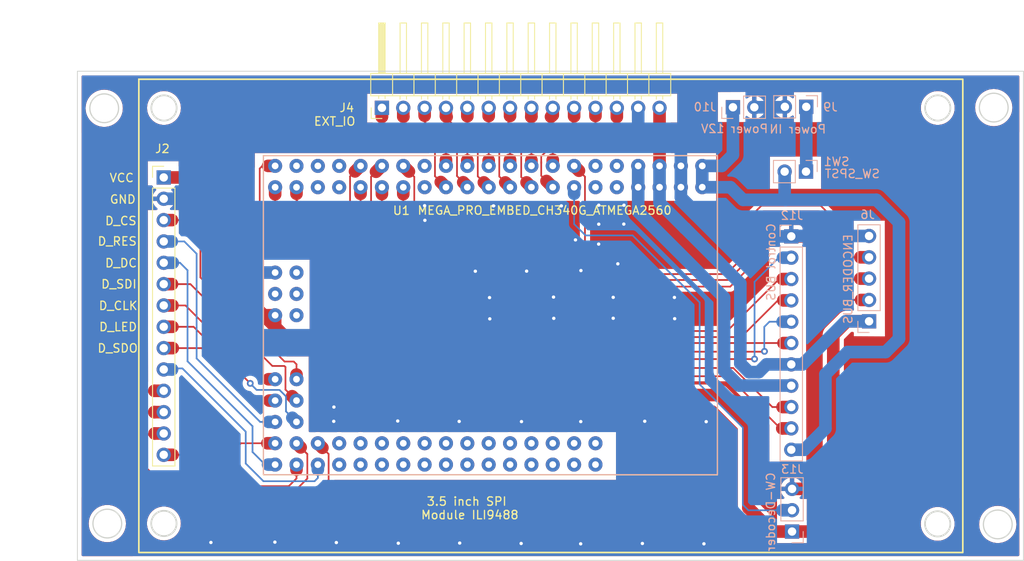
<source format=kicad_pcb>
(kicad_pcb (version 20211014) (generator pcbnew)
  (layers (0 "F.Cu" signal) (31 "B.Cu" signal) (34 "B.Paste" user) (35 "F.Paste" user) (36 "B.SilkS" user "B.Silkscreen") (37 "F.SilkS" user "F.Silkscreen") (38 "B.Mask" user) (39 "F.Mask" user) (44 "Edge.Cuts" user))
  (net 0 "")
  (net 1 "D_SDA(SDI)")
  (net 2 "D_DC(RS)")
  (net 3 "D_RES")
  (net 4 "GND")
  (net 5 "VCC_5V")
  (net 6 "ENC_A")
  (net 7 "ENC_B")
  (net 8 "ENC_P")
  (net 9 "T_CLK")
  (net 10 "T_CS")
  (net 11 "T_DO")
  (net 12 "T_DIN")
  (net 13 "D_LED")
  (net 14 "T_IRQ")
  (net 15 "D_CS")
  (net 16 "D_CLK")
  (net 17 "D_SDO")
  (net 18 "D8")
  (net 19 "D9")
  (net 20 "Net-(J9-Pad1)")
  (net 21 "I2C-SW")
  (net 22 "A_SDA")
  (net 23 "A_SCL")
  (net 24 "A_SEN")
  (net 25 "A_RST")
  (net 30 "D6")
  (net 31 "D7")
  (net 32 "D10")
  (net 33 "D11")
  (net 34 "D12")
  (net 35 "D13")
  (net 37 "D4")
  (net 38 "D5")
  (net 39 "D14")
  (net 40 "D15")
  (net 45 "Mute")
  (net 46 "Sleep")
  (net 49 "DECODER")
  (net 80 "3.3V")
  (net 81 "12V")
  (footprint "Connector_PinHeader_2.54mm:PinHeader_1x14_P2.54mm_Horizontal" (layer "F.Cu") (at 116.8 78.46 90)
    (fp_text reference "J4")
    (fp_text value "EXT_IO")
  )
  (footprint "Connector_PinHeader_2.54mm:PinHeader_1x14_P2.54mm_Vertical" (layer "F.Cu") (at 90.85 86.745)
    (fp_text reference "J2")
    (fp_text value "14_pin_3.5_ILI9488")
  )
  (footprint "MEGA2560:MODULE_MEGA_PRO_EMBED_CH340G_ATMEGA2560" (layer "F.Cu") (at 129.7 103.15 180)
    (fp_text reference "U1")
    (fp_text value "MEGA_PRO_EMBED_CH340G_ATMEGA2560")
  )
  (footprint "Connector_PinHeader_2.54mm:PinHeader_1x05_P2.54mm_Vertical" (layer "B.Cu") (at 174.74 103.87)
    (fp_text reference "J6")
    (fp_text value "ENCODER_BUS")
  )
  (footprint "Connector_PinSocket_2.54mm:PinSocket_1x02_P2.54mm_Vertical" (layer "B.Cu") (at 167.24 86.05 90)
    (fp_text reference "SW1")
    (fp_text value "SW_SPST")
  )
  (footprint "Connector_PinSocket_2.54mm:PinSocket_1x02_P2.54mm_Vertical" (layer "B.Cu") (at 167.27 78.34 90)
    (fp_text reference "J9")
    (fp_text value "Power IN")
  )
  (footprint "Connector_PinSocket_2.54mm:PinSocket_1x02_P2.54mm_Vertical" (layer "B.Cu") (at 158.55 78.39 -90)
    (fp_text reference "J10")
    (fp_text value "Power 12V")
  )
  (footprint "Connector_PinSocket_2.54mm:PinSocket_1x11_P2.54mm_Vertical" (layer "B.Cu") (at 165.49 93.76 180)
    (fp_text reference "J12")
    (fp_text value "Control BUS")
  )
  (footprint "Connector_PinSocket_2.54mm:PinSocket_1x03_P2.54mm_Vertical" (layer "B.Cu") (at 165.58 128.9)
    (fp_text reference "J13")
    (fp_text value "CW-Decoder")
  )
  (gr_rect (start 156.71 84.15) (end 102.71 122.13) (layer "B.SilkS") (width 0.15) (fill none))
  (gr_rect (start 87.89 75.055) (end 185.89 131.395) (layer "F.SilkS") (width 0.2) (fill none))
  (gr_circle locked (center 83.769883 78.51) (end 85.48 78.51) (layer "Edge.Cuts") (width 0.15) (fill none))
  (gr_circle locked (center 84.14 127.950117) (end 85.850117 127.950117) (layer "Edge.Cuts") (width 0.15) (fill none))
  (gr_circle (center 190.049883 128.05) (end 191.76 128.05) (layer "Edge.Cuts") (width 0.15) (fill none))
  (gr_circle (center 90.88 78.475) (end 92.386951 78.475) (layer "Edge.Cuts") (width 0.2) (fill none))
  (gr_circle (center 90.87 127.935) (end 92.376951 127.935) (layer "Edge.Cuts") (width 0.2) (fill none))
  (gr_circle (center 189.57 78.430117) (end 191.280117 78.430117) (layer "Edge.Cuts") (width 0.15) (fill none))
  (gr_circle (center 182.9 127.985) (end 184.406951 127.985) (layer "Edge.Cuts") (width 0.2) (fill none))
  (gr_circle (center 182.91 78.475) (end 184.416951 78.475) (layer "Edge.Cuts") (width 0.2) (fill none))
  (gr_rect (start 193.11 74.1) (end 80.58 132.33) (layer "Edge.Cuts") (width 0.1) (fill none))
  (gr_text "D_SDO" (at 85.37 107.08) (layer "F.SilkS") (effects (font (size 1 1))))
  (gr_text "GND" (at 85.98 89.36) (layer "F.SilkS") (effects (font (size 1 1))))
  (gr_text "VCC" (at 85.85 86.8) (layer "F.SilkS") (effects (font (size 1 1))))
  (gr_text "D_DC" (at 85.77 96.94) (layer "F.SilkS") (effects (font (size 1 1))))
  (gr_text "D_CS" (at 85.75 91.92) (layer "F.SilkS") (effects (font (size 1 1))))
  (gr_text "D_SDI" (at 85.52 99.45) (layer "F.SilkS") (effects (font (size 1 1))))
  (gr_text "D_LED" (at 85.42 104.54) (layer "F.SilkS") (effects (font (size 1 1))))
  (gr_text "3.5 inch SPI \nModule ILI9488" (at 127.26 126.12) (layer "F.SilkS") (effects (font (size 1 1))))
  (gr_text "D_RES" (at 85.32 94.35) (layer "F.SilkS") (effects (font (size 1 1))))
  (gr_text "D_CLK" (at 85.43 102.02) (layer "F.SilkS") (effects (font (size 1 1))))
  (segment (start 105.33 112) (end 105.33 109.32) (width 0.2) (layer "F.Cu") (net 1))
  (segment (start 106.64 113.31) (end 106.12 112.79) (width 1.5) (layer "F.Cu") (net 1))
  (segment (start 105.33 109.32) (end 105.2 109.19) (width 0.2) (layer "F.Cu") (net 1))
  (segment (start 106.12 112.79) (end 105.33 112) (width 0.2) (layer "F.Cu") (net 1))
  (segment (start 105.2 109.19) (end 103.77 109.19) (width 0.2) (layer "F.Cu") (net 1))
  (segment (start 103.77 109.19) (end 94.025 99.445) (width 0.2) (layer "F.Cu") (net 1))
  (segment (start 94.025 99.445) (end 91.835 99.445) (width 0.2) (layer "F.Cu") (net 1))
  (segment (start 90.85 99.445) (end 91.835 99.445) (width 1.5) (layer "F.Cu") (net 1))
  (segment (start 101.41 116.36) (end 93.68 108.63) (width 0.2) (layer "B.Cu") (net 2))
  (segment (start 104.1 120.93) (end 103.26 120.93) (width 1.5) (layer "B.Cu") (net 2))
  (segment (start 102.91 120.93) (end 101.41 119.43) (width 0.2) (layer "B.Cu") (net 2))
  (segment (start 93.68 97.8) (end 92.785 96.905) (width 0.2) (layer "B.Cu") (net 2))
  (segment (start 90.85 96.905) (end 91.925 96.905) (width 1.5) (layer "B.Cu") (net 2))
  (segment (start 101.41 119.43) (end 101.41 116.36) (width 0.2) (layer "B.Cu") (net 2))
  (segment (start 92.785 96.905) (end 91.925 96.905) (width 0.2) (layer "B.Cu") (net 2))
  (segment (start 93.68 108.63) (end 93.68 97.8) (width 0.2) (layer "B.Cu") (net 2))
  (segment (start 103.26 120.93) (end 102.91 120.93) (width 0.2) (layer "B.Cu") (net 2))
  (segment (start 94.76 95.83) (end 94.76 108.29) (width 0.2) (layer "B.Cu") (net 3))
  (segment (start 104.1 115.85) (end 103.32 115.85) (width 1.5) (layer "B.Cu") (net 3))
  (segment (start 102.32 115.85) (end 103.32 115.85) (width 0.2) (layer "B.Cu") (net 3))
  (segment (start 90.85 94.365) (end 91.805 94.365) (width 1.5) (layer "B.Cu") (net 3))
  (segment (start 94.76 108.29) (end 102.32 115.85) (width 0.2) (layer "B.Cu") (net 3))
  (segment (start 91.805 94.365) (end 93.295 94.365) (width 0.2) (layer "B.Cu") (net 3))
  (segment (start 93.295 94.365) (end 94.76 95.83) (width 0.2) (layer "B.Cu") (net 3))
  (segment (start 168.42 94.69) (end 167.98 94.25) (width 0.2) (layer "F.Cu") (net 4))
  (segment (start 168.28 122.98) (end 168.28 94.55) (width 1.5) (layer "F.Cu") (net 4))
  (segment (start 168.28 123.83) (end 168.42 123.69) (width 0.2) (layer "F.Cu") (net 4))
  (segment (start 165.47 123.83) (end 168.28 123.83) (width 0.2) (layer "F.Cu") (net 4))
  (segment (start 165.49 93.76) (end 167.49 93.76) (width 1.5) (layer "F.Cu") (net 4))
  (segment (start 168.42 123.69) (end 168.42 94.69) (width 0.2) (layer "F.Cu") (net 4))
  (segment (start 165.58 123.82) (end 167.44 123.82) (width 1.5) (layer "F.Cu") (net 4))
  (segment (start 168.28 94.55) (end 167.98 94.25) (width 1.5) (layer "F.Cu") (net 4))
  (segment (start 167.44 123.82) (end 168.28 122.98) (width 1.5) (layer "F.Cu") (net 4))
  (segment (start 167.49 93.76) (end 167.98 94.25) (width 1.5) (layer "F.Cu") (net 4))
  (via (at 139.82 94.18) (size 0.8) (drill 0.4) (layers "F.Cu" "B.Cu") (net 4))
  (via (at 111.09 114.08) (size 0.8) (drill 0.4) (layers "F.Cu" "B.Cu") (net 4))
  (via (at 121.91 91.85) (size 0.8) (drill 0.4) (layers "F.Cu" "B.Cu") (net 4))
  (via (at 129.63 103.58) (size 0.8) (drill 0.4) (layers "F.Cu" "B.Cu") (net 4))
  (via (at 133.36 130.32) (size 0.8) (drill 0.4) (layers "F.Cu" "B.Cu") (net 4))
  (via (at 126.05 130.27) (size 0.8) (drill 0.4) (layers "F.Cu" "B.Cu") (net 4))
  (via (at 111.38 130.21) (size 0.8) (drill 0.4) (layers "F.Cu" "B.Cu") (net 4))
  (via (at 142.59 90.05) (size 0.8) (drill 0.4) (layers "F.Cu" "B.Cu") (net 4))
  (via (at 147.78 130.32) (size 0.8) (drill 0.4) (layers "F.Cu" "B.Cu") (net 4))
  (via (at 145.59 90.05) (size 0.8) (drill 0.4) (layers "F.Cu" "B.Cu") (net 4))
  (via (at 129.6 101.05) (size 0.8) (drill 0.4) (layers "F.Cu" "B.Cu") (net 4))
  (via (at 140.44 130.36) (size 0.8) (drill 0.4) (layers "F.Cu" "B.Cu") (net 4))
  (via (at 145.57 92.3) (size 0.8) (drill 0.4) (layers "F.Cu" "B.Cu") (net 4))
  (via (at 130.07 90.13) (size 0.8) (drill 0.4) (layers "F.Cu" "B.Cu") (net 4))
  (via (at 142.58 94.68) (size 0.8) (drill 0.4) (layers "F.Cu" "B.Cu") (net 4))
  (via (at 144.31 101.02) (size 0.8) (drill 0.4) (layers "F.Cu" "B.Cu") (net 4))
  (via (at 118.75 130.29) (size 0.8) (drill 0.4) (layers "F.Cu" "B.Cu") (net 4))
  (via (at 111.07 115.78) (size 0.8) (drill 0.4) (layers "F.Cu" "B.Cu") (net 4))
  (via (at 140.47 97.83) (size 0.8) (drill 0.4) (layers "F.Cu" "B.Cu") (net 4))
  (via (at 118.68 115.74) (size 0.8) (drill 0.4) (layers "F.Cu" "B.Cu") (net 4))
  (via (at 155.1 130.36) (size 0.8) (drill 0.4) (layers "F.Cu" "B.Cu") (net 4))
  (via (at 133.4 115.81) (size 0.8) (drill 0.4) (layers "F.Cu" "B.Cu") (net 4))
  (via (at 96.46 130.2) (size 0.8) (drill 0.4) (layers "F.Cu" "B.Cu") (net 4))
  (via (at 144.86 97.03) (size 0.8) (drill 0.4) (layers "F.Cu" "B.Cu") (net 4))
  (via (at 121.88 90.11) (size 0.8) (drill 0.4) (layers "F.Cu" "B.Cu") (net 4))
  (via (at 137.21 100.99) (size 0.8) (drill 0.4) (layers "F.Cu" "B.Cu") (net 4))
  (via (at 134.01 97.9) (size 0.8) (drill 0.4) (layers "F.Cu" "B.Cu") (net 4))
  (via (at 151.59 101.03) (size 0.8) (drill 0.4) (layers "F.Cu" "B.Cu") (net 4))
  (via (at 155.37 115.82) (size 0.8) (drill 0.4) (layers "F.Cu" "B.Cu") (net 4))
  (via (at 127.91 97.91) (size 0.8) (drill 0.4) (layers "F.Cu" "B.Cu") (net 4))
  (via (at 104.07 130.16) (size 0.8) (drill 0.4) (layers "F.Cu" "B.Cu") (net 4))
  (via (at 151.62 103.56) (size 0.8) (drill 0.4) (layers "F.Cu" "B.Cu") (net 4))
  (via (at 144.31 103.51) (size 0.8) (drill 0.4) (layers "F.Cu" "B.Cu") (net 4))
  (via (at 148.06 115.77) (size 0.8) (drill 0.4) (layers "F.Cu" "B.Cu") (net 4))
  (via (at 142.59 92.31) (size 0.8) (drill 0.4) (layers "F.Cu" "B.Cu") (net 4))
  (via (at 125.99 115.79) (size 0.8) (drill 0.4) (layers "F.Cu" "B.Cu") (net 4))
  (via (at 137.24 103.52) (size 0.8) (drill 0.4) (layers "F.Cu" "B.Cu") (net 4))
  (via (at 138.14 90.13) (size 0.8) (drill 0.4) (layers "F.Cu" "B.Cu") (net 4))
  (via (at 140.45 115.81) (size 0.8) (drill 0.4) (layers "F.Cu" "B.Cu") (net 4))
  (segment (start 172.39 93.73) (end 174.75 93.73) (width 0.2) (layer "B.Cu") (net 4))
  (segment (start 174.74 93.71) (end 165.54 93.71) (width 1.5) (layer "B.Cu") (net 4))
  (segment (start 161.09 78.39) (end 164.655 78.39) (width 0.2) (layer "B.Cu") (net 4))
  (segment (start 164.68 78.39) (end 164.73 78.34) (width 1.5) (layer "B.Cu") (net 4))
  (segment (start 92.925 89.285) (end 101.71 98.07) (width 1.5) (layer "B.Cu") (net 4))
  (segment (start 160.59 93.76) (end 165.49 93.76) (width 1.5) (layer "B.Cu") (net 4))
  (segment (start 157.66 90.83) (end 160.59 93.76) (width 1.5) (layer "B.Cu") (net 4))
  (segment (start 147.28 80.93) (end 148.91 82.56) (width 1.5) (layer "B.Cu") (net 4))
  (segment (start 154.07 90.83) (end 157.66 90.83) (width 1.5) (layer "B.Cu") (net 4))
  (segment (start 152.36 85.37) (end 152.36 87.91) (width 1.5) (layer "B.Cu") (net 4))
  (segment (start 101.71 98.07) (end 104.1 98.07) (width 1.5) (layer "B.Cu") (net 4))
  (segment (start 152.36 82.56) (end 152.36 85.37) (width 1.5) (layer "B.Cu") (net 4))
  (segment (start 148.91 82.56) (end 152.36 82.56) (width 1.5) (layer "B.Cu") (net 4))
  (segment (start 165.54 93.71) (end 165.49 93.76) (width 1.5) (layer "B.Cu") (net 4))
  (segment (start 147.28 78.46) (end 147.28 80.93) (width 1.5) (layer "B.Cu") (net 4))
  (segment (start 174.75 93.73) (end 170.16 93.73) (width 0.2) (layer "B.Cu") (net 4))
  (segment (start 147.28 78.46) (end 147.28 80.43) (width 0.2) (layer "B.Cu") (net 4))
  (segment (start 90.85 89.285) (end 92.925 89.285) (width 1.5) (layer "B.Cu") (net 4))
  (segment (start 152.36 87.91) (end 152.36 89.12) (width 1.5) (layer "B.Cu") (net 4))
  (segment (start 147.28 80.43) (end 147.27 80.44) (width 0.2) (layer "B.Cu") (net 4))
  (segment (start 161.09 78.39) (end 164.68 78.39) (width 1.5) (layer "B.Cu") (net 4))
  (segment (start 164.655 78.39) (end 164.75 78.485) (width 0.2) (layer "B.Cu") (net 4))
  (segment (start 152.36 89.12) (end 154.07 90.83) (width 1.5) (layer "B.Cu") (net 4))
  (segment (start 165.58 128.9) (end 168.66 128.9) (width 1.5) (layer "F.Cu") (net 5))
  (segment (start 172.1 103.87) (end 174.74 103.87) (width 1.5) (layer "F.Cu") (net 5))
  (segment (start 105.73 106.22) (end 107.67 106.22) (width 1.5) (layer "F.Cu") (net 5))
  (segment (start 170.485 105.485) (end 172.1 103.87) (width 1.5) (layer "F.Cu") (net 5))
  (segment (start 102.07 102.5) (end 105.79 106.22) (width 1.5) (layer "F.Cu") (net 5))
  (segment (start 160.39 116.12) (end 160.39 126.09) (width 1.5) (layer "F.Cu") (net 5))
  (segment (start 125.16 112.91) (end 125.06 112.81) (width 0.2) (layer "F.Cu") (net 5))
  (segment (start 104.1 104.59) (end 105.73 106.22) (width 1.5) (layer "F.Cu") (net 5))
  (segment (start 90.85 86.745) (end 93.085 86.745) (width 1.5) (layer "F.Cu") (net 5))
  (segment (start 96.95 97.38) (end 96.95 90.61) (width 1.5) (layer "F.Cu") (net 5))
  (segment (start 104.1 103.15) (end 102.72 103.15) (width 1.5) (layer "F.Cu") (net 5))
  (segment (start 102.72 103.15) (end 102.07 102.5) (width 1.5) (layer "F.Cu") (net 5))
  (segment (start 170.485 127.075) (end 170.485 105.485) (width 1.5) (layer "F.Cu") (net 5))
  (segment (start 105.79 106.22) (end 107.67 106.22) (width 1.5) (layer "F.Cu") (net 5))
  (segment (start 149.82 85.37) (end 149.82 78.46) (width 1.5) (layer "F.Cu") (net 5))
  (segment (start 160.39 116.12) (end 157.18 112.91) (width 0.2) (layer "F.Cu") (net 5))
  (segment (start 163.2 128.9) (end 165.58 128.9) (width 1.5) (layer "F.Cu") (net 5))
  (segment (start 118.63 106.22) (end 125.06 112.65) (width 1.5) (layer "F.Cu") (net 5))
  (segment (start 168.66 128.9) (end 170.485 127.075) (width 1.5) (layer "F.Cu") (net 5))
  (segment (start 160.39 126.09) (end 163.2 128.9) (width 1.5) (layer "F.Cu") (net 5))
  (segment (start 168.34 128.91) (end 170.13 127.12) (width 0.2) (layer "F.Cu") (net 5))
  (segment (start 104.1 103.15) (end 104.1 104.59) (width 1.5) (layer "F.Cu") (net 5))
  (segment (start 157.18 112.91) (end 125.16 112.91) (width 0.2) (layer "F.Cu") (net 5))
  (segment (start 125.06 112.65) (end 156.92 112.65) (width 1.5) (layer "F.Cu") (net 5))
  (segment (start 102.07 102.5) (end 96.95 97.38) (width 1.5) (layer "F.Cu") (net 5))
  (segment (start 149.83 78.47) (end 149.82 78.46) (width 0.2) (layer "F.Cu") (net 5))
  (segment (start 170.13 127.12) (end 170.13 105.84) (width 0.2) (layer "F.Cu") (net 5))
  (segment (start 93.085 86.745) (end 96.95 90.61) (width 1.5) (layer "F.Cu") (net 5))
  (segment (start 107.67 106.22) (end 118.63 106.22) (width 1.5) (layer "F.Cu") (net 5))
  (segment (start 165.47 128.91) (end 168.34 128.91) (width 0.2) (layer "F.Cu") (net 5))
  (segment (start 170.13 105.84) (end 170.485 105.485) (width 0.2) (layer "F.Cu") (net 5))
  (segment (start 156.92 112.65) (end 160.39 116.12) (width 1.5) (layer "F.Cu") (net 5))
  (segment (start 152.85 92.8) (end 152.86 92.8) (width 1.5) (layer "B.Cu") (net 5))
  (segment (start 171.956498 103.87) (end 174.74 103.87) (width 1.5) (layer "B.Cu") (net 5))
  (segment (start 160.45 109.92) (end 161.63 109.92) (width 1.5) (layer "B.Cu") (net 5))
  (segment (start 149.82 89.77) (end 152.85 92.8) (width 1.5) (layer "B.Cu") (net 5))
  (segment (start 161.63 109.92) (end 162.55 109) (width 1.5) (layer "B.Cu") (net 5))
  (segment (start 166.826498 109) (end 165.49 109) (width 1.5) (layer "B.Cu") (net 5))
  (segment (start 149.82 87.91) (end 149.82 89.77) (width 1.5) (layer "B.Cu") (net 5))
  (segment (start 159.43 108.9) (end 160.45 109.92) (width 1.5) (layer "B.Cu") (net 5))
  (segment (start 159.43 99.37) (end 159.43 108.9) (width 1.5) (layer "B.Cu") (net 5))
  (segment (start 152.86 92.8) (end 159.43 99.37) (width 1.5) (layer "B.Cu") (net 5))
  (segment (start 162.55 109) (end 165.49 109) (width 1.5) (layer "B.Cu") (net 5))
  (segment (start 149.82 87.91) (end 149.82 85.37) (width 1.5) (layer "B.Cu") (net 5))
  (segment (start 171.956498 103.87) (end 166.826498 109) (width 1.5) (layer "B.Cu") (net 5))
  (segment (start 174.74 101.33) (end 173.78 101.33) (width 1.5) (layer "F.Cu") (net 6))
  (segment (start 119.34 88.74) (end 119.34 92.54) (width 0.2) (layer "F.Cu") (net 6))
  (segment (start 168.21 91.4) (end 169.52 92.71) (width 0.2) (layer "F.Cu") (net 6))
  (segment (start 161.68 92.57) (end 162.85 91.4) (width 0.2) (layer "F.Cu") (net 6))
  (segment (start 162.85 91.4) (end 168.21 91.4) (width 0.2) (layer "F.Cu") (net 6))
  (segment (start 169.52 92.71) (end 169.52 97.94) (width 0.2) (layer "F.Cu") (net 6))
  (segment (start 126.54 99.74) (end 158.23 99.74) (width 0.2) (layer "F.Cu") (net 6))
  (segment (start 125.745 98.945) (end 126.54 99.74) (width 0.2) (layer "F.Cu") (net 6))
  (segment (start 161.68 96.29) (end 161.68 92.57) (width 0.2) (layer "F.Cu") (net 6))
  (segment (start 125.745 98.945) (end 125.88 99.08) (width 0.2) (layer "F.Cu") (net 6))
  (segment (start 158.23 99.74) (end 161.68 96.29) (width 0.2) (layer "F.Cu") (net 6))
  (segment (start 119.34 87.91) (end 119.34 88.74) (width 1.5) (layer "F.Cu") (net 6))
  (segment (start 126.54 99.74) (end 125.88 99.08) (width 0.2) (layer "F.Cu") (net 6))
  (segment (start 119.34 92.54) (end 125.745 98.945) (width 0.2) (layer "F.Cu") (net 6))
  (segment (start 172.91 101.33) (end 174.69 101.33) (width 0.2) (layer "F.Cu") (net 6))
  (segment (start 169.52 97.94) (end 172.91 101.33) (width 0.2) (layer "F.Cu") (net 6))
  (segment (start 172.89 98.91) (end 174.81 98.91) (width 0.2) (layer "F.Cu") (net 7))
  (segment (start 120.65 92.5) (end 127.1 98.95) (width 0.2) (layer "F.Cu") (net 7))
  (segment (start 159.715 97.235) (end 159.725 97.235) (width 0.2) (layer "F.Cu") (net 7))
  (segment (start 174.74 98.79) (end 173.69 98.79) (width 1.5) (layer "F.Cu") (net 7))
  (segment (start 119.34 85.37) (end 120.01 86.04) (width 1.5) (layer "F.Cu") (net 7))
  (segment (start 120.65 86.68) (end 120.65 92.5) (width 0.2) (layer "F.Cu") (net 7))
  (segment (start 158 98.95) (end 159.715 97.235) (width 0.2) (layer "F.Cu") (net 7))
  (segment (start 127.1 98.95) (end 158 98.95) (width 0.2) (layer "F.Cu") (net 7))
  (segment (start 160.97 92) (end 162.21 90.76) (width 0.2) (layer "F.Cu") (net 7))
  (segment (start 168.77 90.76) (end 170.14 92.13) (width 0.2) (layer "F.Cu") (net 7))
  (segment (start 170.14 92.13) (end 170.14 96.16) (width 0.2) (layer "F.Cu") (net 7))
  (segment (start 160.97 95.99) (end 160.97 92) (width 0.2) (layer "F.Cu") (net 7))
  (segment (start 159.725 97.235) (end 160.97 95.99) (width 0.2) (layer "F.Cu") (net 7))
  (segment (start 170.14 96.16) (end 172.89 98.91) (width 0.2) (layer "F.Cu") (net 7))
  (segment (start 120.01 86.04) (end 120.65 86.68) (width 0.2) (layer "F.Cu") (net 7))
  (segment (start 162.21 90.76) (end 168.77 90.76) (width 0.2) (layer "F.Cu") (net 7))
  (segment (start 174.74 96.25) (end 173.7 96.25) (width 1.5) (layer "F.Cu") (net 8))
  (segment (start 161.93 90.11) (end 168.99 90.11) (width 0.2) (layer "F.Cu") (net 8))
  (segment (start 139.66 85.37) (end 140.235 85.945) (width 1.5) (layer "F.Cu") (net 8))
  (segment (start 170.94 92.06) (end 170.94 94.88) (width 0.2) (layer "F.Cu") (net 8))
  (segment (start 140.95 96.22) (end 142.98 98.25) (width 0.2) (layer "F.Cu") (net 8))
  (segment (start 140.95 86.66) (end 140.95 96.22) (width 0.2) (layer "F.Cu") (net 8))
  (segment (start 140.235 85.945) (end 140.95 86.66) (width 0.2) (layer "F.Cu") (net 8))
  (segment (start 172.31 96.25) (end 173.7 96.25) (width 0.2) (layer "F.Cu") (net 8))
  (segment (start 160.295 95.705) (end 160.295 91.745) (width 0.2) (layer "F.Cu") (net 8))
  (segment (start 157.75 98.25) (end 160.295 95.705) (width 0.2) (layer "F.Cu") (net 8))
  (segment (start 160.295 91.745) (end 161.93 90.11) (width 0.2) (layer "F.Cu") (net 8))
  (segment (start 168.99 90.11) (end 170.94 92.06) (width 0.2) (layer "F.Cu") (net 8))
  (segment (start 142.98 98.25) (end 157.75 98.25) (width 0.2) (layer "F.Cu") (net 8))
  (segment (start 170.94 94.88) (end 172.31 96.25) (width 0.2) (layer "F.Cu") (net 8))
  (segment (start 108.79 122.91) (end 109.18 122.52) (width 0.2) (layer "B.Cu") (net 9))
  (segment (start 109.18 122.52) (end 109.18 121.53) (width 0.2) (layer "B.Cu") (net 9))
  (segment (start 109.18 120.93) (end 109.18 121.53) (width 1.5) (layer "B.Cu") (net 9))
  (segment (start 102.71 122.91) (end 108.79 122.91) (width 0.2) (layer "B.Cu") (net 9))
  (segment (start 100.6 120.8) (end 102.71 122.91) (width 0.2) (layer "B.Cu") (net 9))
  (segment (start 90.85 109.605) (end 91.825 109.605) (width 1.5) (layer "B.Cu") (net 9))
  (segment (start 100.6 117.01) (end 100.6 120.8) (width 0.2) (layer "B.Cu") (net 9))
  (segment (start 91.83 109.61) (end 91.825 109.605) (width 1.5) (layer "B.Cu") (net 9))
  (segment (start 90.63 109.48) (end 93.07 109.48) (width 0.2) (layer "B.Cu") (net 9))
  (segment (start 93.07 109.48) (end 100.6 117.01) (width 0.2) (layer "B.Cu") (net 9))
  (segment (start 99.98 124.75) (end 98.37 123.14) (width 0.2) (layer "F.Cu") (net 10))
  (segment (start 109.18 118.39) (end 109.72 118.93) (width 1.5) (layer "F.Cu") (net 10))
  (segment (start 107.95 123.89) (end 107.09 124.75) (width 0.2) (layer "F.Cu") (net 10))
  (segment (start 89.74 112.15) (end 89.745 112.145) (width 1.5) (layer "F.Cu") (net 10))
  (segment (start 98.37 123.14) (end 88.35 123.14) (width 0.2) (layer "F.Cu") (net 10))
  (segment (start 89.21 112.02) (end 90.63 112.02) (width 0.2) (layer "F.Cu") (net 10))
  (segment (start 87.16 121.95) (end 87.16 114.07) (width 0.2) (layer "F.Cu") (net 10))
  (segment (start 110.46 122.76) (end 109.33 123.89) (width 0.2) (layer "F.Cu") (net 10))
  (segment (start 107.09 124.75) (end 99.98 124.75) (width 0.2) (layer "F.Cu") (net 10))
  (segment (start 110.46 119.67) (end 110.46 122.76) (width 0.2) (layer "F.Cu") (net 10))
  (segment (start 87.16 114.07) (end 89.21 112.02) (width 0.2) (layer "F.Cu") (net 10))
  (segment (start 109.33 123.89) (end 107.95 123.89) (width 0.2) (layer "F.Cu") (net 10))
  (segment (start 109.72 118.93) (end 110.46 119.67) (width 0.2) (layer "F.Cu") (net 10))
  (segment (start 90.85 112.145) (end 89.745 112.145) (width 1.5) (layer "F.Cu") (net 10))
  (segment (start 88.35 123.14) (end 87.16 121.95) (width 0.2) (layer "F.Cu") (net 10))
  (segment (start 89.775 117.225) (end 89.77 117.23) (width 1.5) (layer "F.Cu") (net 11))
  (segment (start 100.99 123.5) (end 99.3 121.81) (width 0.2) (layer "F.Cu") (net 11))
  (segment (start 106.64 122.58) (end 105.72 123.5) (width 0.2) (layer "F.Cu") (net 11))
  (segment (start 89.28 121.81) (end 88.7 121.23) (width 0.2) (layer "F.Cu") (net 11))
  (segment (start 90.85 117.225) (end 89.775 117.225) (width 1.5) (layer "F.Cu") (net 11))
  (segment (start 88.7 121.23) (end 88.7 117.66) (width 0.2) (layer "F.Cu") (net 11))
  (segment (start 106.64 120.93) (end 106.64 121.55) (width 1.5) (layer "F.Cu") (net 11))
  (segment (start 88.7 117.66) (end 89.26 117.1) (width 0.2) (layer "F.Cu") (net 11))
  (segment (start 89.26 117.1) (end 90.63 117.1) (width 0.2) (layer "F.Cu") (net 11))
  (segment (start 106.64 121.55) (end 106.64 122.58) (width 0.2) (layer "F.Cu") (net 11))
  (segment (start 99.3 121.81) (end 89.28 121.81) (width 0.2) (layer "F.Cu") (net 11))
  (segment (start 105.72 123.5) (end 100.99 123.5) (width 0.2) (layer "F.Cu") (net 11))
  (segment (start 88.05 121.5) (end 89.06 122.51) (width 0.2) (layer "F.Cu") (net 12))
  (segment (start 89.85 114.56) (end 90.63 114.56) (width 0.2) (layer "F.Cu") (net 12))
  (segment (start 98.82 122.51) (end 100.42 124.11) (width 0.2) (layer "F.Cu") (net 12))
  (segment (start 89.735 114.685) (end 90.85 114.685) (width 1.5) (layer "F.Cu") (net 12))
  (segment (start 100.42 124.11) (end 106.41 124.11) (width 0.2) (layer "F.Cu") (net 12))
  (segment (start 89.73 114.68) (end 88.445 114.68) (width 0.2) (layer "F.Cu") (net 12))
  (segment (start 89.73 114.68) (end 89.85 114.56) (width 0.2) (layer "F.Cu") (net 12))
  (segment (start 89.73 114.68) (end 89.735 114.685) (width 1.5) (layer "F.Cu") (net 12))
  (segment (start 106.41 124.11) (end 107.93 122.59) (width 0.2) (layer "F.Cu") (net 12))
  (segment (start 107.93 122.59) (end 107.93 119.68) (width 0.2) (layer "F.Cu") (net 12))
  (segment (start 88.05 115.075) (end 88.05 121.5) (width 0.2) (layer "F.Cu") (net 12))
  (segment (start 107.135 118.885) (end 107.915 119.665) (width 0.2) (layer "F.Cu") (net 12))
  (segment (start 88.445 114.68) (end 88.05 115.075) (width 0.2) (layer "F.Cu") (net 12))
  (segment (start 106.64 118.39) (end 107.135 118.885) (width 1.5) (layer "F.Cu") (net 12))
  (segment (start 89.06 122.51) (end 98.82 122.51) (width 0.2) (layer "F.Cu") (net 12))
  (segment (start 107.93 119.68) (end 106.64 118.39) (width 0.2) (layer "F.Cu") (net 12))
  (segment (start 90.85 104.525) (end 91.885 104.525) (width 1.5) (layer "F.Cu") (net 13))
  (segment (start 94.405 104.525) (end 101.14 111.26) (width 0.2) (layer "F.Cu") (net 13))
  (segment (start 91.885 104.525) (end 94.405 104.525) (width 0.2) (layer "F.Cu") (net 13))
  (via (at 101.14 111.26) (size 0.8) (drill 0.4) (layers "F.Cu" "B.Cu") (net 13))
  (segment (start 101.9 112.04) (end 101.23 111.37) (width 0.2) (layer "B.Cu") (net 13))
  (segment (start 105.39 112.81) (end 104.62 112.04) (width 0.2) (layer "B.Cu") (net 13))
  (segment (start 106.145 115.355) (end 105.39 114.6) (width 0.2) (layer "B.Cu") (net 13))
  (segment (start 105.39 114.6) (end 105.39 112.81) (width 0.2) (layer "B.Cu") (net 13))
  (segment (start 106.64 115.85) (end 106.145 115.355) (width 1.5) (layer "B.Cu") (net 13))
  (segment (start 104.62 112.04) (end 101.9 112.04) (width 0.2) (layer "B.Cu") (net 13))
  (segment (start 90.85 119.765) (end 91.895 119.765) (width 1.5) (layer "F.Cu") (net 14))
  (segment (start 104.1 118.39) (end 103.18 118.39) (width 1.5) (layer "F.Cu") (net 14))
  (segment (start 91.545 119.765) (end 91.895 119.765) (width 0.2) (layer "F.Cu") (net 14))
  (segment (start 98.665 119.765) (end 100.04 118.39) (width 0.2) (layer "F.Cu") (net 14))
  (segment (start 91.895 119.765) (end 98.665 119.765) (width 0.2) (layer "F.Cu") (net 14))
  (segment (start 100.04 118.39) (end 104.1 118.39) (width 0.2) (layer "F.Cu") (net 14))
  (segment (start 103.18 118.39) (end 102.48 118.39) (width 0.2) (layer "F.Cu") (net 14))
  (segment (start 106.64 110.77) (end 106.64 110.21) (width 1.5) (layer "F.Cu") (net 15))
  (segment (start 90.85 91.825) (end 91.835 91.825) (width 1.5) (layer "F.Cu") (net 15))
  (segment (start 105.22 108.66) (end 106.31 108.66) (width 0.2) (layer "F.Cu") (net 15))
  (segment (start 95.21 94.28) (end 95.21 98.65) (width 0.2) (layer "F.Cu") (net 15))
  (segment (start 91.835 91.825) (end 92.755 91.825) (width 0.2) (layer "F.Cu") (net 15))
  (segment (start 92.755 91.825) (end 95.21 94.28) (width 0.2) (layer "F.Cu") (net 15))
  (segment (start 95.21 98.65) (end 105.22 108.66) (width 0.2) (layer "F.Cu") (net 15))
  (segment (start 106.64 108.99) (end 106.64 110.21) (width 0.2) (layer "F.Cu") (net 15))
  (segment (start 106.31 108.66) (end 106.64 108.99) (width 0.2) (layer "F.Cu") (net 15))
  (segment (start 91.885 101.985) (end 93.435 101.985) (width 0.2) (layer "F.Cu") (net 16))
  (segment (start 104.1 110.77) (end 103.31 110.77) (width 1.5) (layer "F.Cu") (net 16))
  (segment (start 93.435 101.985) (end 102.22 110.77) (width 0.2) (layer "F.Cu") (net 16))
  (segment (start 90.85 101.985) (end 91.885 101.985) (width 1.5) (layer "F.Cu") (net 16))
  (segment (start 102.22 110.77) (end 103.31 110.77) (width 0.2) (layer "F.Cu") (net 16))
  (segment (start 95.365 107.065) (end 101.61 113.31) (width 0.2) (layer "F.Cu") (net 17))
  (segment (start 90.85 107.065) (end 91.925 107.065) (width 1.5) (layer "F.Cu") (net 17))
  (segment (start 104.1 113.31) (end 103.41 113.31) (width 1.5) (layer "F.Cu") (net 17))
  (segment (start 101.61 113.31) (end 102.06 113.31) (width 0.2) (layer "F.Cu") (net 17))
  (segment (start 91.925 107.065) (end 95.365 107.065) (width 0.2) (layer "F.Cu") (net 17))
  (segment (start 102.06 113.31) (end 103.41 113.31) (width 0.2) (layer "F.Cu") (net 17))
  (segment (start 132.04 87.91) (end 131.47 87.34) (width 1.5) (layer "F.Cu") (net 18))
  (segment (start 131.47 87.34) (end 130.76 86.63) (width 0.2) (layer "F.Cu") (net 18))
  (segment (start 130.76 86.63) (end 130.76 81.28) (width 0.2) (layer "F.Cu") (net 18))
  (segment (start 132.04 78.46) (end 132.04 79.43) (width 1.5) (layer "F.Cu") (net 18))
  (segment (start 130.76 81.28) (end 132.04 80) (width 0.2) (layer "F.Cu") (net 18))
  (segment (start 132.04 80) (end 132.04 79.43) (width 0.2) (layer "F.Cu") (net 18))
  (segment (start 132.04 84.64) (end 132.04 82.74) (width 0.2) (layer "F.Cu") (net 19))
  (segment (start 134.58 78.46) (end 134.58 79.51) (width 1.5) (layer "F.Cu") (net 19))
  (segment (start 132.04 85.37) (end 132.04 84.64) (width 1.5) (layer "F.Cu") (net 19))
  (segment (start 132.04 82.74) (end 134.58 80.2) (width 0.2) (layer "F.Cu") (net 19))
  (segment (start 134.58 79.55) (end 134.56 79.53) (width 0.2) (layer "F.Cu") (net 19))
  (segment (start 134.58 79.51) (end 134.56 79.53) (width 1.5) (layer "F.Cu") (net 19))
  (segment (start 134.58 80.2) (end 134.58 78.46) (width 0.2) (layer "F.Cu") (net 19))
  (segment (start 167.27 86.02) (end 167.24 86.05) (width 1.5) (layer "B.Cu") (net 20))
  (segment (start 167.27 78.34) (end 167.27 86.02) (width 1.5) (layer "B.Cu") (net 20))
  (segment (start 106.64 87.91) (end 106.64 88.69) (width 1.5) (layer "F.Cu") (net 21))
  (segment (start 161.11 108.37) (end 126.95 108.37) (width 0.2) (layer "F.Cu") (net 21))
  (segment (start 123.01 104.43) (end 123.01 104.42) (width 0.2) (layer "F.Cu") (net 21))
  (segment (start 106.925 89.725) (end 106.64 89.44) (width 0.2) (layer "F.Cu") (net 21))
  (segment (start 126.95 108.37) (end 123.01 104.43) (width 0.2) (layer "F.Cu") (net 21))
  (segment (start 106.64 89.44) (end 106.64 88.69) (width 0.2) (layer "F.Cu") (net 21))
  (segment (start 108.315 89.725) (end 106.925 89.725) (width 0.2) (layer "F.Cu") (net 21))
  (segment (start 161.12 108.36) (end 161.11 108.37) (width 0.2) (layer "F.Cu") (net 21))
  (segment (start 123.01 104.42) (end 108.315 89.725) (width 0.2) (layer "F.Cu") (net 21))
  (via (at 161.12 108.36) (size 0.8) (drill 0.4) (layers "F.Cu" "B.Cu") (net 21))
  (segment (start 163.99 96.3) (end 161.12 99.17) (width 0.2) (layer "B.Cu") (net 21))
  (segment (start 164.5 96.3) (end 163.99 96.3) (width 0.2) (layer "B.Cu") (net 21))
  (segment (start 165.49 96.3) (end 164.5 96.3) (width 1.5) (layer "B.Cu") (net 21))
  (segment (start 161.12 99.17) (end 161.12 108.36) (width 0.2) (layer "B.Cu") (net 21))
  (segment (start 165.49 98.84) (end 164.05 98.84) (width 0.2) (layer "F.Cu") (net 22))
  (segment (start 164.48 98.84) (end 164.94 98.84) (width 1.5) (layer "F.Cu") (net 22))
  (segment (start 164.47 98.85) (end 164.48 98.84) (width 1.5) (layer "F.Cu") (net 22))
  (segment (start 157.86 105.03) (end 129.11 105.03) (width 0.2) (layer "F.Cu") (net 22))
  (segment (start 164.05 98.84) (end 157.86 105.03) (width 0.2) (layer "F.Cu") (net 22))
  (segment (start 116.8 87.91) (end 116.8 88.73) (width 1.5) (layer "F.Cu") (net 22))
  (segment (start 129.11 105.03) (end 116.8 92.72) (width 0.2) (layer "F.Cu") (net 22))
  (segment (start 116.8 92.72) (end 116.8 88.73) (width 0.2) (layer "F.Cu") (net 22))
  (segment (start 163.9 101.38) (end 159.53 105.75) (width 0.2) (layer "F.Cu") (net 23))
  (segment (start 116.8 85.37) (end 116.1 86.07) (width 1.5) (layer "F.Cu") (net 23))
  (segment (start 115.51 86.66) (end 116.1 86.07) (width 0.2) (layer "F.Cu") (net 23))
  (segment (start 165.49 101.38) (end 164.54 101.38) (width 1.5) (layer "F.Cu") (net 23))
  (segment (start 128.33 105.75) (end 115.51 92.93) (width 0.2) (layer "F.Cu") (net 23))
  (segment (start 164.54 101.38) (end 163.9 101.38) (width 0.2) (layer "F.Cu") (net 23))
  (segment (start 115.51 92.93) (end 115.51 86.66) (width 0.2) (layer "F.Cu") (net 23))
  (segment (start 159.53 105.75) (end 128.33 105.75) (width 0.2) (layer "F.Cu") (net 23))
  (segment (start 162.26 107.49) (end 127.46 107.49) (width 0.2) (layer "F.Cu") (net 24))
  (segment (start 114.26 85.37) (end 113.6 86.03) (width 1.5) (layer "F.Cu") (net 24))
  (segment (start 127.46 107.49) (end 113.01 93.04) (width 0.2) (layer "F.Cu") (net 24))
  (segment (start 113.01 86.62) (end 113.6 86.03) (width 0.2) (layer "F.Cu") (net 24))
  (segment (start 113.01 93.04) (end 113.01 86.62) (width 0.2) (layer "F.Cu") (net 24))
  (segment (start 162.3 107.45) (end 162.26 107.49) (width 0.2) (layer "F.Cu") (net 24))
  (via (at 162.3 107.45) (size 0.8) (drill 0.4) (layers "F.Cu" "B.Cu") (net 24))
  (segment (start 165.49 103.92) (end 164.46 103.92) (width 1.5) (layer "B.Cu") (net 24))
  (segment (start 164.46 103.92) (end 162.89 103.92) (width 0.2) (layer "B.Cu") (net 24))
  (segment (start 162.89 103.92) (end 162.28 104.53) (width 0.2) (layer "B.Cu") (net 24))
  (segment (start 162.28 104.53) (end 162.28 107.43) (width 0.2) (layer "B.Cu") (net 24))
  (segment (start 164.56 106.46) (end 127.58 106.46) (width 0.2) (layer "F.Cu") (net 25))
  (segment (start 165.49 106.46) (end 164.56 106.46) (width 1.5) (layer "F.Cu") (net 25))
  (segment (start 114.26 93.14) (end 114.26 88.7) (width 0.2) (layer "F.Cu") (net 25))
  (segment (start 127.58 106.46) (end 114.26 93.14) (width 0.2) (layer "F.Cu") (net 25))
  (segment (start 114.26 87.91) (end 114.26 88.7) (width 1.5) (layer "F.Cu") (net 25))
  (segment (start 134.58 87.91) (end 134.005 87.335) (width 1.5) (layer "F.Cu") (net 30))
  (segment (start 137.12 78.46) (end 137.12 79.31) (width 1.5) (layer "F.Cu") (net 30))
  (segment (start 134.005 87.335) (end 133.37 86.7) (width 0.2) (layer "F.Cu") (net 30))
  (segment (start 137.12 79.9) (end 137.12 78.46) (width 0.2) (layer "F.Cu") (net 30))
  (segment (start 137.12 79.31) (end 136.91 79.52) (width 1.5) (layer "F.Cu") (net 30))
  (segment (start 133.37 86.7) (end 133.37 83.65) (width 0.2) (layer "F.Cu") (net 30))
  (segment (start 133.37 83.65) (end 137.12 79.9) (width 0.2) (layer "F.Cu") (net 30))
  (segment (start 134.58 85.37) (end 134.58 84.68) (width 1.5) (layer "F.Cu") (net 31))
  (segment (start 139.66 80.1) (end 138.7 81.06) (width 0.2) (layer "F.Cu") (net 31))
  (segment (start 134.58 83.8) (end 134.58 85.37) (width 0.2) (layer "F.Cu") (net 31))
  (segment (start 139.66 79.47) (end 139.66 80.1) (width 0.2) (layer "F.Cu") (net 31))
  (segment (start 137.32 81.06) (end 134.58 83.8) (width 0.2) (layer "F.Cu") (net 31))
  (segment (start 139.66 78.46) (end 139.66 79.47) (width 1.5) (layer "F.Cu") (net 31))
  (segment (start 138.7 81.06) (end 137.32 81.06) (width 0.2) (layer "F.Cu") (net 31))
  (segment (start 126.96 78.46) (end 126.96 79.46) (width 1.5) (layer "F.Cu") (net 32))
  (segment (start 126.96 79.46) (end 126.96 80.76) (width 0.2) (layer "F.Cu") (net 32))
  (segment (start 126.96 80.76) (end 128.2 82) (width 0.2) (layer "F.Cu") (net 32))
  (segment (start 128.2 82) (end 128.2 86.61) (width 0.2) (layer "F.Cu") (net 32))
  (segment (start 129.5 87.91) (end 128.925 87.335) (width 1.5) (layer "F.Cu") (net 32))
  (segment (start 128.2 86.61) (end 128.925 87.335) (width 0.2) (layer "F.Cu") (net 32))
  (segment (start 129.5 85.37) (end 129.5 84.71) (width 1.5) (layer "F.Cu") (net 33))
  (segment (start 129.5 79.44) (end 129.5 84.71) (width 0.2) (layer "F.Cu") (net 33))
  (segment (start 129.5 78.46) (end 129.5 79.44) (width 1.5) (layer "F.Cu") (net 33))
  (segment (start 126.96 87.81) (end 126.96 87.91) (width 1.5) (layer "F.Cu") (net 34))
  (segment (start 124.55 81.07) (end 125.73 82.25) (width 0.2) (layer "F.Cu") (net 34))
  (segment (start 122.83 81.07) (end 124.55 81.07) (width 0.2) (layer "F.Cu") (net 34))
  (segment (start 121.88 78.46) (end 121.88 79.4) (width 1.5) (layer "F.Cu") (net 34))
  (segment (start 125.73 86.58) (end 126.96 87.81) (width 0.2) (layer "F.Cu") (net 34))
  (segment (start 121.88 80.12) (end 122.83 81.07) (width 0.2) (layer "F.Cu") (net 34))
  (segment (start 125.73 82.25) (end 125.73 86.58) (width 0.2) (layer "F.Cu") (net 34))
  (segment (start 121.88 78.46) (end 121.88 80.12) (width 0.2) (layer "F.Cu") (net 34))
  (segment (start 126.96 87.81) (end 126.47 87.32) (width 1.5) (layer "F.Cu") (net 34))
  (segment (start 121.88 79.4) (end 121.88 79.85) (width 0.2) (layer "F.Cu") (net 34))
  (segment (start 126.96 85.37) (end 126.96 84.71) (width 1.5) (layer "F.Cu") (net 35))
  (segment (start 124.42 79.45) (end 124.5 79.53) (width 1.5) (layer "F.Cu") (net 35))
  (segment (start 124.5 79.69) (end 125.36 80.55) (width 0.2) (layer "F.Cu") (net 35))
  (segment (start 125.36 80.55) (end 125.36 80.56) (width 0.2) (layer "F.Cu") (net 35))
  (segment (start 124.42 78.46) (end 124.42 79.45) (width 1.5) (layer "F.Cu") (net 35))
  (segment (start 124.5 79.53) (end 124.5 79.69) (width 0.2) (layer "F.Cu") (net 35))
  (segment (start 126.96 82.16) (end 126.96 85.37) (width 0.2) (layer "F.Cu") (net 35))
  (segment (start 125.36 80.56) (end 126.96 82.16) (width 0.2) (layer "F.Cu") (net 35))
  (segment (start 126.96 84.71) (end 126.96 83.89) (width 0.2) (layer "F.Cu") (net 35))
  (segment (start 135.75 86.54) (end 135.75 85.04) (width 0.2) (layer "F.Cu") (net 37))
  (segment (start 135.75 85.04) (end 135.75 84.23) (width 0.2) (layer "F.Cu") (net 37))
  (segment (start 138.24 81.74) (end 141.04 81.74) (width 0.2) (layer "F.Cu") (net 37))
  (segment (start 136.375 87.165) (end 135.75 86.54) (width 0.2) (layer "F.Cu") (net 37))
  (segment (start 135.75 84.23) (end 138.24 81.74) (width 0.2) (layer "F.Cu") (net 37))
  (segment (start 142.2 78.46) (end 142.2 79.43) (width 1.5) (layer "F.Cu") (net 37))
  (segment (start 141.04 81.74) (end 142.2 80.58) (width 0.2) (layer "F.Cu") (net 37))
  (segment (start 137.12 87.91) (end 136.375 87.165) (width 1.5) (layer "F.Cu") (net 37))
  (segment (start 135.75 85.04) (end 135.75 84.86) (width 0.2) (layer "F.Cu") (net 37))
  (segment (start 142.2 80.58) (end 142.2 79.43) (width 0.2) (layer "F.Cu") (net 37))
  (segment (start 142.78 82.33) (end 144.74 80.37) (width 0.2) (layer "F.Cu") (net 38))
  (segment (start 137.12 83.72) (end 138.51 82.33) (width 0.2) (layer "F.Cu") (net 38))
  (segment (start 137.12 85.37) (end 137.12 84.64) (width 1.5) (layer "F.Cu") (net 38))
  (segment (start 137.12 84.64) (end 137.12 83.72) (width 0.2) (layer "F.Cu") (net 38))
  (segment (start 138.51 82.33) (end 142.78 82.33) (width 0.2) (layer "F.Cu") (net 38))
  (segment (start 144.74 78.46) (end 144.74 79.55) (width 1.5) (layer "F.Cu") (net 38))
  (segment (start 144.74 80.37) (end 144.74 79.55) (width 0.2) (layer "F.Cu") (net 38))
  (segment (start 116.8 81.5) (end 117.66 82.36) (width 0.2) (layer "F.Cu") (net 39))
  (segment (start 116.8 79.56) (end 116.8 80.56) (width 0.2) (layer "F.Cu") (net 39))
  (segment (start 116.8 78.46) (end 116.8 79.52) (width 1.5) (layer "F.Cu") (net 39))
  (segment (start 122.95 82.36) (end 123.11 82.52) (width 0.2) (layer "F.Cu") (net 39))
  (segment (start 117.66 82.36) (end 122.95 82.36) (width 0.2) (layer "F.Cu") (net 39))
  (segment (start 123.11 86.6) (end 123.8 87.29) (width 0.2) (layer "F.Cu") (net 39))
  (segment (start 116.8 78.46) (end 116.8 81.5) (width 0.2) (layer "F.Cu") (net 39))
  (segment (start 116.78 79.54) (end 116.8 79.56) (width 0.2) (layer "F.Cu") (net 39))
  (segment (start 123.11 82.52) (end 123.11 86.6) (width 0.2) (layer "F.Cu") (net 39))
  (segment (start 124.42 87.91) (end 123.8 87.29) (width 1.5) (layer "F.Cu") (net 39))
  (segment (start 116.8 79.52) (end 116.78 79.54) (width 1.5) (layer "F.Cu") (net 39))
  (segment (start 119.34 80.86) (end 119.34 78.46) (width 0.2) (layer "F.Cu") (net 40))
  (segment (start 120.23 81.75) (end 119.34 80.86) (width 0.2) (layer "F.Cu") (net 40))
  (segment (start 119.36 79.51) (end 119.34 79.53) (width 0.2) (layer "F.Cu") (net 40))
  (segment (start 119.34 79.49) (end 119.36 79.51) (width 1.5) (layer "F.Cu") (net 40))
  (segment (start 124.42 85.37) (end 125.04 85.37) (width 0.2) (layer "F.Cu") (net 40))
  (segment (start 124.42 84.62) (end 124.42 82.36) (width 0.2) (layer "F.Cu") (net 40))
  (segment (start 124.42 85.37) (end 124.42 84.62) (width 1.5) (layer "F.Cu") (net 40))
  (segment (start 124.42 82.36) (end 123.81 81.75) (width 0.2) (layer "F.Cu") (net 40))
  (segment (start 119.34 79.53) (end 119.34 80.175) (width 0.2) (layer "F.Cu") (net 40))
  (segment (start 123.81 81.75) (end 120.23 81.75) (width 0.2) (layer "F.Cu") (net 40))
  (segment (start 119.34 78.46) (end 119.34 79.49) (width 1.5) (layer "F.Cu") (net 40))
  (segment (start 157.98 110.41) (end 126.53 110.41) (width 0.2) (layer "F.Cu") (net 45))
  (segment (start 164.01 116.44) (end 157.98 110.41) (width 0.2) (layer "F.Cu") (net 45))
  (segment (start 102.265 85.685) (end 102.58 85.37) (width 0.2) (layer "F.Cu") (net 45))
  (segment (start 165.49 116.62) (end 164.43 116.62) (width 1.5) (layer "F.Cu") (net 45))
  (segment (start 103.18 90.94) (end 102.265 90.025) (width 0.2) (layer "F.Cu") (net 45))
  (segment (start 126.53 110.41) (end 107.06 90.94) (width 0.2) (layer "F.Cu") (net 45))
  (segment (start 104.1 85.37) (end 103.26 85.37) (width 1.5) (layer "F.Cu") (net 45))
  (segment (start 102.265 90.025) (end 102.265 85.685) (width 0.2) (layer "F.Cu") (net 45))
  (segment (start 164.37 116.44) (end 164.01 116.44) (width 0.2) (layer "F.Cu") (net 45))
  (segment (start 164.43 116.62) (end 164.42 116.63) (width 1.5) (layer "F.Cu") (net 45))
  (segment (start 102.58 85.37) (end 103.26 85.37) (width 0.2) (layer "F.Cu") (net 45))
  (segment (start 107.06 90.94) (end 103.18 90.94) (width 0.2) (layer "F.Cu") (net 45))
  (segment (start 126.64 109.43) (end 107.67 90.46) (width 0.2) (layer "F.Cu") (net 46))
  (segment (start 164.45 114.08) (end 163.24 114.08) (width 0.2) (layer "F.Cu") (net 46))
  (segment (start 165.49 114.08) (end 164.45 114.08) (width 1.5) (layer "F.Cu") (net 46))
  (segment (start 163.24 114.08) (end 158.59 109.43) (width 0.2) (layer "F.Cu") (net 46))
  (segment (start 104.71 90.46) (end 104.1 89.85) (width 0.2) (layer "F.Cu") (net 46))
  (segment (start 104.1 87.91) (end 104.1 88.76) (width 1.5) (layer "F.Cu") (net 46))
  (segment (start 158.59 109.43) (end 126.64 109.43) (width 0.2) (layer "F.Cu") (net 46))
  (segment (start 107.67 90.46) (end 104.71 90.46) (width 0.2) (layer "F.Cu") (net 46))
  (segment (start 104.1 89.85) (end 104.1 88.76) (width 0.2) (layer "F.Cu") (net 46))
  (segment (start 139.66 87.91) (end 139.66 88.68) (width 1.5) (layer "B.Cu") (net 49))
  (segment (start 139.66 88.68) (end 139.66 92.29) (width 0.2) (layer "B.Cu") (net 49))
  (segment (start 146.62 93.65) (end 154.59 101.62) (width 0.2) (layer "B.Cu") (net 49))
  (segment (start 159.73 116.52) (end 159.73 125.71) (width 0.2) (layer "B.Cu") (net 49))
  (segment (start 154.59 101.62) (end 154.59 111.38) (width 0.2) (layer "B.Cu") (net 49))
  (segment (start 165.58 126.36) (end 164.45 126.36) (width 1.5) (layer "B.Cu") (net 49))
  (segment (start 141.02 93.65) (end 146.62 93.65) (width 0.2) (layer "B.Cu") (net 49))
  (segment (start 139.66 92.29) (end 141.02 93.65) (width 0.2) (layer "B.Cu") (net 49))
  (segment (start 159.73 125.71) (end 160.39 126.37) (width 0.2) (layer "B.Cu") (net 49))
  (segment (start 164.44 126.37) (end 165.47 126.37) (width 0.2) (layer "B.Cu") (net 49))
  (segment (start 154.59 111.38) (end 159.73 116.52) (width 0.2) (layer "B.Cu") (net 49))
  (segment (start 164.45 126.36) (end 164.44 126.37) (width 1.5) (layer "B.Cu") (net 49))
  (segment (start 160.39 126.37) (end 164.44 126.37) (width 0.2) (layer "B.Cu") (net 49))
  (segment (start 157.495 109.745) (end 159.27 111.52) (width 1.5) (layer "B.Cu") (net 80))
  (segment (start 147.28 85.37) (end 147.28 87.91) (width 1.5) (layer "B.Cu") (net 80))
  (segment (start 149.925 93.485) (end 157.495 101.055) (width 0.2) (layer "B.Cu") (net 80))
  (segment (start 157.495 101.055) (end 157.495 109.745) (width 1.5) (layer "B.Cu") (net 80))
  (segment (start 147.28 90.84) (end 157.495 101.055) (width 1.5) (layer "B.Cu") (net 80))
  (segment (start 159.27 111.52) (end 165.47 111.52) (width 1.5) (layer "B.Cu") (net 80))
  (segment (start 165.47 111.52) (end 165.49 111.54) (width 1.5) (layer "B.Cu") (net 80))
  (segment (start 147.28 87.91) (end 147.28 90.84) (width 1.5) (layer "B.Cu") (net 80))
  (segment (start 147.28 87.91) (end 147.28 90.85) (width 0.2) (layer "B.Cu") (net 80))
  (segment (start 149.86 93.43) (end 149.87 93.43) (width 0.2) (layer "B.Cu") (net 80))
  (segment (start 147.28 90.85) (end 149.86 93.43) (width 0.2) (layer "B.Cu") (net 80))
  (segment (start 159.75 89.41) (end 158.25 87.91) (width 1.5) (layer "B.Cu") (net 81))
  (segment (start 176.71 107.53) (end 172.19 107.53) (width 1.5) (layer "B.Cu") (net 81))
  (segment (start 158.25 87.91) (end 154.9 87.91) (width 1.5) (layer "B.Cu") (net 81))
  (segment (start 167.03 119.16) (end 165.49 119.16) (width 1.5) (layer "B.Cu") (net 81))
  (segment (start 157.23 85.37) (end 158.55 84.05) (width 1.5) (layer "B.Cu") (net 81))
  (segment (start 164.7 89.05) (end 164.52 89.23) (width 0.2) (layer "B.Cu") (net 81))
  (segment (start 164.7 89.3) (end 164.81 89.41) (width 1.5) (layer "B.Cu") (net 81))
  (segment (start 172.19 107.53) (end 169.55 110.17) (width 1.5) (layer "B.Cu") (net 81))
  (segment (start 169.55 110.17) (end 169.55 116.64) (width 1.5) (layer "B.Cu") (net 81))
  (segment (start 175.24 89.23) (end 164.52 89.23) (width 0.2) (layer "B.Cu") (net 81))
  (segment (start 154.9 85.37) (end 157.23 85.37) (width 1.5) (layer "B.Cu") (net 81))
  (segment (start 178.3 92.1) (end 178.3 105.94) (width 1.5) (layer "B.Cu") (net 81))
  (segment (start 164.81 89.41) (end 159.75 89.41) (width 1.5) (layer "B.Cu") (net 81))
  (segment (start 164.7 88.01) (end 164.7 89.3) (width 1.5) (layer "B.Cu") (net 81))
  (segment (start 154.9 85.37) (end 154.9 87.91) (width 1.5) (layer "B.Cu") (net 81))
  (segment (start 176.87 90.86) (end 175.24 89.23) (width 0.2) (layer "B.Cu") (net 81))
  (segment (start 169.55 116.64) (end 167.03 119.16) (width 1.5) (layer "B.Cu") (net 81))
  (segment (start 164.81 89.41) (end 175.61 89.41) (width 1.5) (layer "B.Cu") (net 81))
  (segment (start 158.55 84.05) (end 158.55 78.39) (width 1.5) (layer "B.Cu") (net 81))
  (segment (start 164.7 86.05) (end 164.7 87.81) (width 1.5) (layer "B.Cu") (net 81))
  (segment (start 178.3 105.94) (end 176.71 107.53) (width 1.5) (layer "B.Cu") (net 81))
  (segment (start 175.61 89.41) (end 178.3 92.1) (width 1.5) (layer "B.Cu") (net 81))
  (zone (net 0) (net_name "") (layers F&B.Cu) (connect_pads (clearance 0)) (min_thickness 0.254)
    (keepout (tracks allowed) (vias allowed) (pads allowed) (copperpour not_allowed) (footprints allowed))
    (fill (thermal_gap 0.508) (thermal_bridge_width 0.508))
    (polygon (pts (xy 160.039921 80.15204) (xy 156.748968 80.153064) (xy 156.761949 76.579156) (xy 160.042902 76.568132)))
  )
  (zone (net 0) (net_name "") (layers F&B.Cu) (connect_pads (clearance 0)) (min_thickness 0.254)
    (keepout (tracks allowed) (vias allowed) (pads allowed) (copperpour not_allowed) (footprints allowed))
    (fill (thermal_gap 0.508) (thermal_bridge_width 0.508))
    (polygon (pts (xy 92.63 87.692052) (xy 88.955845 87.68948) (xy 88.95 84.82) (xy 92.62 84.82)))
  )
  (zone (net 4) (net_name "GND") (layer "F.Cu") (connect_pads (clearance 0.508)) (min_thickness 0.254) (fill yes (thermal_gap 0.508) (thermal_bridge_width 0.508))
    (polygon (pts (xy 94.06 81.41) (xy 87.38 81.41) (xy 87.38 75.41) (xy 94.06 75.41)))
  )
  (zone (net 0) (net_name "") (layers F&B.Cu) (connect_pads (clearance 0)) (min_thickness 0.254)
    (keepout (tracks allowed) (vias allowed) (pads allowed) (copperpour not_allowed) (footprints allowed))
    (fill (thermal_gap 0.508) (thermal_bridge_width 0.508))
    (polygon (pts (xy 176.63 105.67) (xy 172.93 105.64879) (xy 172.91 91.9) (xy 176.61 91.89)))
  )
  (zone (net 4) (net_name "GND") (layer "F.Cu") (connect_pads (clearance 0.508)) (min_thickness 0.254) (fill yes (thermal_gap 0.508) (thermal_bridge_width 0.508))
    (polygon (pts (xy 87.329766 81.42) (xy 80.649766 81.42) (xy 80.649766 74.13) (xy 87.329766 74.13)))
  )
  (zone (net 0) (net_name "") (layers F&B.Cu) (connect_pads (clearance 0)) (min_thickness 0.254)
    (keepout (tracks allowed) (vias allowed) (pads allowed) (copperpour not_allowed) (footprints allowed))
    (fill (thermal_gap 0.508) (thermal_bridge_width 0.508))
    (polygon (pts (xy 167.33 130.28) (xy 163.8 130.28) (xy 163.79 125.01) (xy 167.34 125.01)))
  )
  (zone (net 0) (net_name "") (layers F&B.Cu) (connect_pads (clearance 0)) (min_thickness 0.254)
    (keepout (tracks allowed) (vias allowed) (pads allowed) (copperpour not_allowed) (footprints allowed))
    (fill (thermal_gap 0.508) (thermal_bridge_width 0.508))
    (polygon (pts (xy 151.93 80.21) (xy 115.04 80.21) (xy 115.05 76.78) (xy 151.93 76.77)))
  )
  (zone (net 0) (net_name "") (layers F&B.Cu) (connect_pads (clearance 0)) (min_thickness 0.254)
    (keepout (tracks allowed) (vias allowed) (pads allowed) (copperpour not_allowed) (footprints allowed))
    (fill (thermal_gap 0.508) (thermal_bridge_width 0.508))
    (polygon (pts (xy 169.038159 88.094309) (xy 162.93692 88.092995) (xy 162.949955 84.269063) (xy 169.041194 84.260377)))
  )
  (zone (net 0) (net_name "") (layer "F.Cu") (connect_pads (clearance 0)) (min_thickness 0.254)
    (keepout (tracks allowed) (vias allowed) (pads allowed) (copperpour not_allowed) (footprints allowed))
    (fill (thermal_gap 0.508) (thermal_bridge_width 0.508))
    (polygon (pts (xy 126.42 102.26) (xy 117.748217 102.295909) (xy 117.57 97.58) (xy 126.42 97.58)))
  )
  (zone (net 4) (net_name "GND") (layer "F.Cu") (connect_pads (clearance 0.508)) (min_thickness 0.254) (fill yes (thermal_gap 0.508) (thermal_bridge_width 0.508))
    (polygon (pts (xy 193.11 132.32) (xy 80.58 132.32) (xy 80.58 74.1) (xy 193.1 74.1)))
  )
  (zone (net 4) (net_name "GND") (layer "F.Cu") (connect_pads (clearance 0.508)) (min_thickness 0.254) (fill yes (thermal_gap 0.508) (thermal_bridge_width 0.508))
    (polygon (pts (xy 185.78 81.61) (xy 179.1 81.61) (xy 179.1 75.61) (xy 185.78 75.61)))
  )
  (zone (net 4) (net_name "GND") (layer "F.Cu") (connect_pads (clearance 0.508)) (min_thickness 0.254) (fill yes (thermal_gap 0.508) (thermal_bridge_width 0.508))
    (polygon (pts (xy 87.169883 132.230117) (xy 80.589883 132.230117) (xy 80.589883 124.830117) (xy 87.169883 124.830117)))
  )
  (zone (net 4) (net_name "GND") (layer "F.Cu") (connect_pads (clearance 0.508)) (min_thickness 0.254) (fill yes (thermal_gap 0.508) (thermal_bridge_width 0.508))
    (polygon (pts (xy 193.079766 132.33) (xy 186.499766 132.33) (xy 186.499766 124.93) (xy 193.079766 124.93)))
  )
  (zone (net 4) (net_name "GND") (layer "F.Cu") (connect_pads (clearance 0.508)) (min_thickness 0.254) (fill yes (thermal_gap 0.508) (thermal_bridge_width 0.508))
    (polygon (pts (xy 93.66 130.85) (xy 88.11 130.85) (xy 88.11 124.85) (xy 93.66 124.85)))
  )
  (zone (net 0) (net_name "") (layers F&B.Cu) (connect_pads (clearance 0)) (min_thickness 0.254)
    (keepout (tracks allowed) (vias allowed) (pads allowed) (copperpour not_allowed) (footprints allowed))
    (fill (thermal_gap 0.508) (thermal_bridge_width 0.508))
    (polygon (pts (xy 167.281499 120.569536) (xy 162.890536 120.568542) (xy 162.833617 95.011039) (xy 167.227701 95.010902)))
  )
  (zone (net 0) (net_name "") (layers F&B.Cu) (connect_pads (clearance 0)) (min_thickness 0.254)
    (keepout (tracks allowed) (vias allowed) (pads allowed) (copperpour not_allowed) (footprints allowed))
    (fill (thermal_gap 0.508) (thermal_bridge_width 0.508))
    (polygon (pts (xy 108.100297 117.073603) (xy 102.648935 117.072057) (xy 102.654059 108.05748) (xy 108.095421 108.049026)))
  )
  (zone (net 4) (net_name "GND") (layer "F.Cu") (connect_pads (clearance 0.508)) (min_thickness 0.254) (fill yes (thermal_gap 0.508) (thermal_bridge_width 0.508))
    (polygon (pts (xy 185.75 130.92) (xy 179.07 130.92) (xy 179.07 124.92) (xy 185.75 124.92)))
  )
  (zone (net 0) (net_name "") (layers F&B.Cu) (connect_pads (clearance 0)) (min_thickness 0.254)
    (keepout (tracks allowed) (vias allowed) (pads allowed) (copperpour not_allowed) (footprints allowed))
    (fill (thermal_gap 0.508) (thermal_bridge_width 0.508))
    (polygon (pts (xy 92.687755 121.607151) (xy 89.005451 121.604579) (xy 88.952307 90.620633) (xy 92.637732 90.622074)))
  )
  (zone (net 0) (net_name "") (layers F&B.Cu) (connect_pads (clearance 0)) (min_thickness 0.254)
    (keepout (tracks allowed) (vias allowed) (pads allowed) (copperpour not_allowed) (footprints allowed))
    (fill (thermal_gap 0.508) (thermal_bridge_width 0.508))
    (polygon (pts (xy 144.640035 122.753402) (xy 102.728949 122.752063) (xy 102.738949 117.072063) (xy 144.640035 117.063402)))
  )
  (zone (net 0) (net_name "") (layers F&B.Cu) (connect_pads (clearance 0)) (min_thickness 0.254)
    (keepout (tracks allowed) (vias allowed) (pads allowed) (copperpour not_allowed) (footprints allowed))
    (fill (thermal_gap 0.508) (thermal_bridge_width 0.508))
    (polygon (pts (xy 169.077927 80.161947) (xy 165.786974 80.162971) (xy 165.799955 76.589063) (xy 169.080908 76.578039)))
  )
  (zone (net 0) (net_name "") (layers F&B.Cu) (connect_pads (clearance 0)) (min_thickness 0.254)
    (keepout (tracks allowed) (vias allowed) (pads allowed) (copperpour not_allowed) (footprints allowed))
    (fill (thermal_gap 0.508) (thermal_bridge_width 0.508))
    (polygon (pts (xy 156.55 89.53) (xy 101.668914 89.528661) (xy 101.678914 83.848661) (xy 156.55 83.84)))
  )
  (zone (net 0) (net_name "") (layers F&B.Cu) (connect_pads (clearance 0)) (min_thickness 0.254)
    (keepout (tracks allowed) (vias allowed) (pads allowed) (copperpour not_allowed) (footprints allowed))
    (fill (thermal_gap 0.508) (thermal_bridge_width 0.508))
    (polygon (pts (xy 108.206302 104.785002) (xy 102.695435 104.783828) (xy 102.69971 96.547933) (xy 108.200577 96.539107)))
  )
  (zone (net 4) (net_name "GND") (layer "F.Cu") (connect_pads (clearance 0.508)) (min_thickness 0.254) (fill yes (thermal_gap 0.508) (thermal_bridge_width 0.508))
    (polygon (pts (xy 193.129883 81.340117) (xy 186.449883 81.340117) (xy 186.449883 74.050117) (xy 193.129883 74.050117)))
  )
  (zone (net 4) (net_name "GND") (layer "B.Cu") (connect_pads (clearance 0.508)) (min_thickness 0.254) (fill yes (thermal_gap 0.508) (thermal_bridge_width 0.508))
    (polygon (pts (xy 193.12 74.1) (xy 193.12 132.33) (xy 80.58 132.33) (xy 80.57 74.1)))
  )
)
</source>
